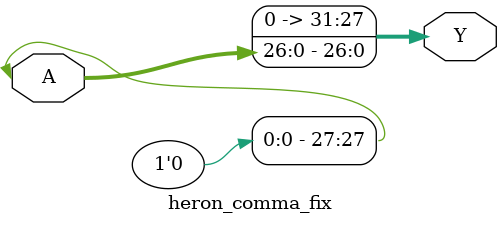
<source format=v>
module heron_comma_fix (A,Y);
  parameter comma = 8;
  parameter comma_fix = comma / 2;

  input [31:0] A;
  output [31:0] Y;
  wire [31:0] Y;

  assign Y[(31 - comma_fix):0] = A[(31 - comma_fix):0];
  assign Y[31:(31 - comma_fix)] = 0;
endmodule

</source>
